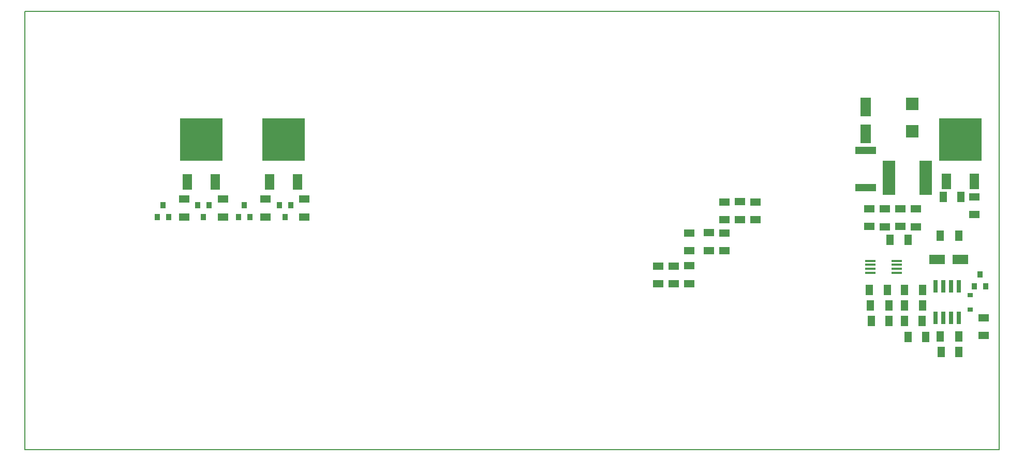
<source format=gbr>
G04 PROTEUS RS274X GERBER FILE*
%FSLAX45Y45*%
%MOMM*%
G01*
%ADD34R,0.889000X1.016000*%
%ADD72R,6.985000X6.985000*%
%ADD73R,1.524000X2.540000*%
%ADD27R,2.108200X2.108200*%
%ADD33R,0.889000X0.635000*%
%ADD22R,2.032000X5.588000*%
%ADD28R,1.651000X3.048000*%
%ADD35R,1.778000X0.381000*%
%ADD30R,0.635000X2.032000*%
%ADD29R,3.403600X1.244600*%
%ADD32R,2.540000X1.524000*%
%ADD26R,1.143000X1.803400*%
%ADD31R,1.803400X1.143000*%
%ADD41C,0.203200*%
D34*
X+8196580Y-1389380D03*
X+8290560Y-1579880D03*
X+8102600Y-1579880D03*
D72*
X+7874000Y+825500D03*
D73*
X+8102600Y+134620D03*
X+7645400Y+134620D03*
D27*
X+7086600Y+1404620D03*
X+7086600Y+954620D03*
D33*
X+8039100Y-1960880D03*
X+8039100Y-1725930D03*
D22*
X+6705600Y+198120D03*
X+7305600Y+198120D03*
D28*
X+6324600Y+914620D03*
X+6324600Y+1359120D03*
D35*
X+6832600Y-1163900D03*
X+6832600Y-1228900D03*
X+6832600Y-1293900D03*
X+6832600Y-1358900D03*
X+6402600Y-1358900D03*
X+6402600Y-1293900D03*
X+6402600Y-1228900D03*
X+6402600Y-1163900D03*
D30*
X+7848600Y-2100580D03*
X+7721600Y-2100580D03*
X+7594600Y-2100580D03*
X+7467600Y-2100580D03*
X+7467600Y-1579880D03*
X+7594600Y-1579880D03*
X+7721600Y-1579880D03*
X+7848600Y-1579880D03*
D29*
X+6324600Y+642620D03*
X+6324600Y+32620D03*
D32*
X+7874000Y-1143000D03*
X+7493000Y-1143000D03*
D26*
X+7848600Y-754380D03*
X+7548600Y-754380D03*
X+6705600Y-2151380D03*
X+6415600Y-2151380D03*
X+6678100Y-1643380D03*
X+6388100Y-1643380D03*
D31*
X+6388100Y-599880D03*
X+6388100Y-309880D03*
X+6896100Y-599880D03*
X+6896100Y-309880D03*
D26*
X+7249600Y-2151380D03*
X+6959600Y-2151380D03*
D31*
X+8255000Y-2095500D03*
X+8255000Y-2385500D03*
D26*
X+7848600Y-2405380D03*
X+7548600Y-2405380D03*
D31*
X+7150100Y-309880D03*
X+7150100Y-609880D03*
X+8102600Y-119380D03*
X+8102600Y-409380D03*
D26*
X+7594600Y-119380D03*
X+7884600Y-119380D03*
X+7848600Y-2659380D03*
X+7558600Y-2659380D03*
D31*
X+6642100Y-309880D03*
X+6642100Y-609880D03*
D26*
X+7023100Y-817880D03*
X+6723100Y-817880D03*
X+7259600Y-1643380D03*
X+6959600Y-1643380D03*
X+7259600Y-1897380D03*
X+6959600Y-1897380D03*
X+6705600Y-1897380D03*
X+6405600Y-1897380D03*
D72*
X-4546600Y+817880D03*
D73*
X-4318000Y+127000D03*
X-4775200Y+127000D03*
D72*
X-3200400Y+817880D03*
D73*
X-2971800Y+127000D03*
X-3429000Y+127000D03*
D34*
X-5173980Y-254000D03*
X-5080000Y-444500D03*
X-5267960Y-444500D03*
X-3840480Y-254000D03*
X-3746500Y-444500D03*
X-3934460Y-444500D03*
X-4508500Y-444500D03*
X-4602480Y-254000D03*
X-4414520Y-254000D03*
X-3175000Y-444500D03*
X-3268980Y-254000D03*
X-3081020Y-254000D03*
D31*
X-4826000Y-154500D03*
X-4826000Y-444500D03*
X-4191000Y-154500D03*
X-4191000Y-444500D03*
X-3492500Y-154500D03*
X-3492500Y-444500D03*
X-2857500Y-154500D03*
X-2857500Y-444500D03*
X+3439000Y-1242500D03*
X+3439000Y-1542500D03*
X+3756500Y-698500D03*
X+3756500Y-998500D03*
X+4264500Y-190500D03*
X+4264500Y-490500D03*
X+2931000Y-1542500D03*
X+2931000Y-1252500D03*
X+3439000Y-998500D03*
X+3439000Y-708500D03*
X+4010500Y-998500D03*
X+4010500Y-708500D03*
X+3185000Y-1542500D03*
X+3185000Y-1252500D03*
X+4010500Y-490500D03*
X+4010500Y-200500D03*
X+4518500Y-490500D03*
X+4518500Y-200500D03*
D26*
X+7311000Y-2413000D03*
X+7021000Y-2413000D03*
D41*
X-7429500Y-4254500D02*
X+8509000Y-4254500D01*
X+8509000Y+2921000D01*
X-7429500Y+2921000D01*
X-7429500Y-4254500D01*
M02*

</source>
